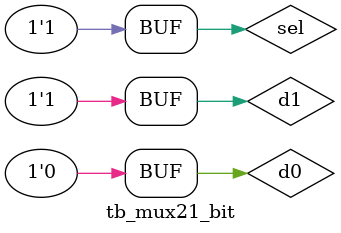
<source format=v>
`timescale 1ns/1ps

module tb_mux21_bit();

reg d0, d1, sel;
wire out;

mux21_bit U0(.d0(d0), .d1(d1), .sel(sel), .out(out));

initial begin
	#10 d0 = 1'b1; d1 = 1'b1; sel = 1'b0;
	#10 d0 = 1'b0; d1 = 1'b0; sel = 1'b1;
	#10 d0 = 1'b0; d1 = 1'b1; sel = 1'b1;
end
endmodule
</source>
